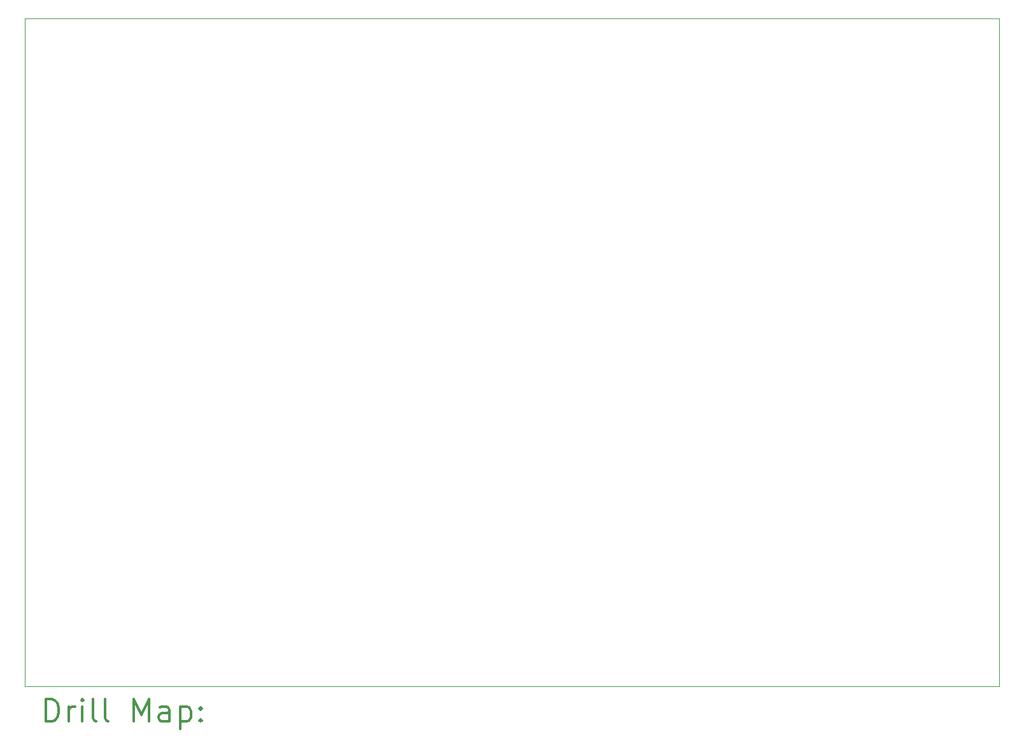
<source format=gbr>
%FSLAX45Y45*%
G04 Gerber Fmt 4.5, Leading zero omitted, Abs format (unit mm)*
G04 Created by KiCad (PCBNEW (5.1.10)-1) date 2021-11-27 12:57:09*
%MOMM*%
%LPD*%
G01*
G04 APERTURE LIST*
%TA.AperFunction,Profile*%
%ADD10C,0.100000*%
%TD*%
%ADD11C,0.200000*%
%ADD12C,0.300000*%
G04 APERTURE END LIST*
D10*
X14732000Y-4699000D02*
X14732000Y-13589000D01*
X1778000Y-4699000D02*
X14732000Y-4699000D01*
X1778000Y-13589000D02*
X1778000Y-4699000D01*
X14732000Y-13589000D02*
X1778000Y-13589000D01*
D11*
D12*
X2059428Y-14059714D02*
X2059428Y-13759714D01*
X2130857Y-13759714D01*
X2173714Y-13774000D01*
X2202286Y-13802571D01*
X2216571Y-13831143D01*
X2230857Y-13888286D01*
X2230857Y-13931143D01*
X2216571Y-13988286D01*
X2202286Y-14016857D01*
X2173714Y-14045429D01*
X2130857Y-14059714D01*
X2059428Y-14059714D01*
X2359428Y-14059714D02*
X2359428Y-13859714D01*
X2359428Y-13916857D02*
X2373714Y-13888286D01*
X2388000Y-13874000D01*
X2416571Y-13859714D01*
X2445143Y-13859714D01*
X2545143Y-14059714D02*
X2545143Y-13859714D01*
X2545143Y-13759714D02*
X2530857Y-13774000D01*
X2545143Y-13788286D01*
X2559428Y-13774000D01*
X2545143Y-13759714D01*
X2545143Y-13788286D01*
X2730857Y-14059714D02*
X2702286Y-14045429D01*
X2688000Y-14016857D01*
X2688000Y-13759714D01*
X2888000Y-14059714D02*
X2859428Y-14045429D01*
X2845143Y-14016857D01*
X2845143Y-13759714D01*
X3230857Y-14059714D02*
X3230857Y-13759714D01*
X3330857Y-13974000D01*
X3430857Y-13759714D01*
X3430857Y-14059714D01*
X3702286Y-14059714D02*
X3702286Y-13902571D01*
X3688000Y-13874000D01*
X3659428Y-13859714D01*
X3602286Y-13859714D01*
X3573714Y-13874000D01*
X3702286Y-14045429D02*
X3673714Y-14059714D01*
X3602286Y-14059714D01*
X3573714Y-14045429D01*
X3559428Y-14016857D01*
X3559428Y-13988286D01*
X3573714Y-13959714D01*
X3602286Y-13945429D01*
X3673714Y-13945429D01*
X3702286Y-13931143D01*
X3845143Y-13859714D02*
X3845143Y-14159714D01*
X3845143Y-13874000D02*
X3873714Y-13859714D01*
X3930857Y-13859714D01*
X3959428Y-13874000D01*
X3973714Y-13888286D01*
X3988000Y-13916857D01*
X3988000Y-14002571D01*
X3973714Y-14031143D01*
X3959428Y-14045429D01*
X3930857Y-14059714D01*
X3873714Y-14059714D01*
X3845143Y-14045429D01*
X4116571Y-14031143D02*
X4130857Y-14045429D01*
X4116571Y-14059714D01*
X4102286Y-14045429D01*
X4116571Y-14031143D01*
X4116571Y-14059714D01*
X4116571Y-13874000D02*
X4130857Y-13888286D01*
X4116571Y-13902571D01*
X4102286Y-13888286D01*
X4116571Y-13874000D01*
X4116571Y-13902571D01*
M02*

</source>
